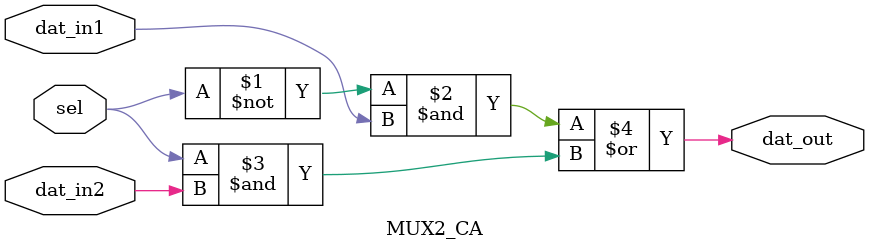
<source format=sv>

module MUX2_CA (
  input  logic sel,
  input  logic dat_in1,
  input  logic dat_in2,
  output logic dat_out
);

assign dat_out = (~sel & dat_in1) | (sel & dat_in2);

endmodule : MUX2_CA

</source>
